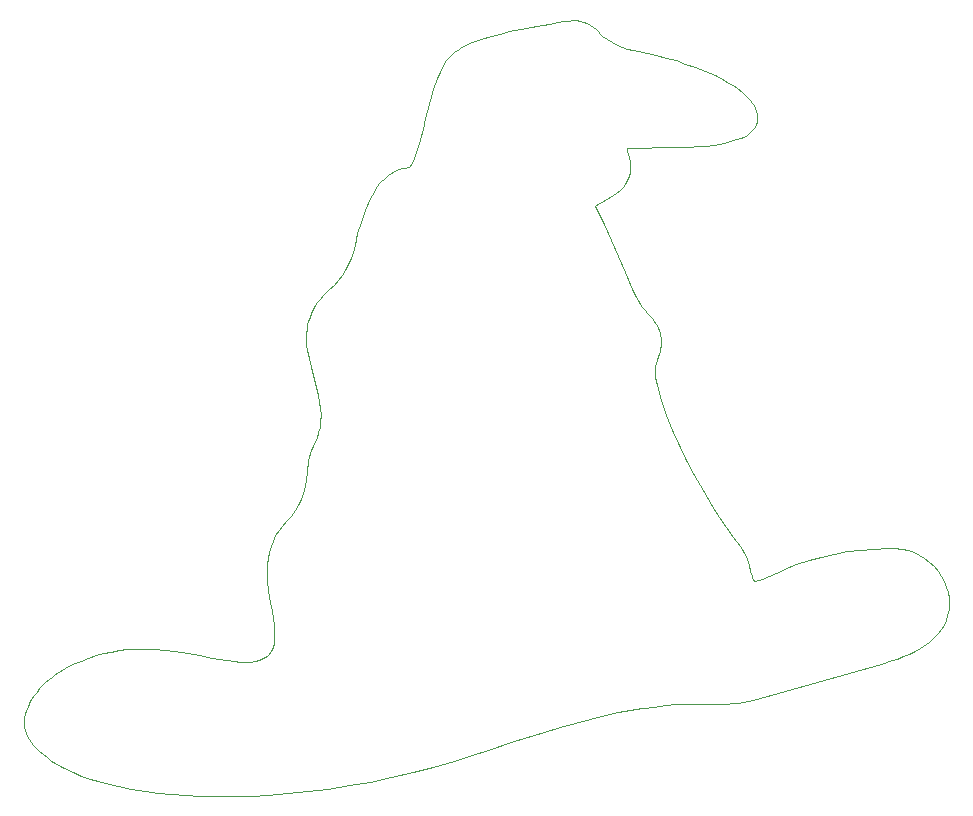
<source format=gbr>
G04 #@! TF.GenerationSoftware,KiCad,Pcbnew,(5.1.7)-1*
G04 #@! TF.CreationDate,2020-12-19T00:30:41-03:00*
G04 #@! TF.ProjectId,Sorting Hat,536f7274-696e-4672-9048-61742e6b6963,rev?*
G04 #@! TF.SameCoordinates,Original*
G04 #@! TF.FileFunction,Profile,NP*
%FSLAX46Y46*%
G04 Gerber Fmt 4.6, Leading zero omitted, Abs format (unit mm)*
G04 Created by KiCad (PCBNEW (5.1.7)-1) date 2020-12-19 00:30:41*
%MOMM*%
%LPD*%
G01*
G04 APERTURE LIST*
G04 #@! TA.AperFunction,Profile*
%ADD10C,0.100000*%
G04 #@! TD*
G04 APERTURE END LIST*
D10*
X138196300Y-111172300D02*
X137391900Y-111165300D01*
X137391900Y-111165300D02*
X136573300Y-111172300D01*
X136573300Y-111172300D02*
X135321700Y-111155700D01*
X135321700Y-111155700D02*
X134100400Y-111106000D01*
X134100400Y-111106000D02*
X132907400Y-111023100D01*
X132907400Y-111023100D02*
X131740600Y-110906800D01*
X131740600Y-110906800D02*
X130597900Y-110757100D01*
X130597900Y-110757100D02*
X129477360Y-110573900D01*
X129477360Y-110573900D02*
X128376800Y-110357200D01*
X128376800Y-110357200D02*
X127294180Y-110106800D01*
X127294180Y-110106800D02*
X126638300Y-109933800D01*
X126638300Y-109933800D02*
X125947520Y-109727200D01*
X125947520Y-109727200D02*
X125231930Y-109479000D01*
X125231930Y-109479000D02*
X124501620Y-109181500D01*
X124501620Y-109181500D02*
X123766690Y-108826800D01*
X123766690Y-108826800D02*
X123400630Y-108625500D01*
X123400630Y-108625500D02*
X123037210Y-108406900D01*
X123037210Y-108406900D02*
X122677670Y-108170200D01*
X122677670Y-108170200D02*
X122323270Y-107914200D01*
X122323270Y-107914200D02*
X121975290Y-107638000D01*
X121975290Y-107638000D02*
X121634970Y-107340700D01*
X121634970Y-107340700D02*
X121377210Y-107091600D01*
X121377210Y-107091600D02*
X121148990Y-106841600D01*
X121148990Y-106841600D02*
X120950250Y-106590200D01*
X120950250Y-106590200D02*
X120780930Y-106336900D01*
X120780930Y-106336900D02*
X120640970Y-106081300D01*
X120640970Y-106081300D02*
X120530290Y-105822900D01*
X120530290Y-105822900D02*
X120448851Y-105561300D01*
X120448851Y-105561300D02*
X120396580Y-105296100D01*
X120396580Y-105296100D02*
X120373416Y-105026700D01*
X120373416Y-105026700D02*
X120379297Y-104752700D01*
X120379297Y-104752700D02*
X120414162Y-104473600D01*
X120414162Y-104473600D02*
X120477949Y-104189100D01*
X120477949Y-104189100D02*
X120570590Y-103898600D01*
X120570590Y-103898600D02*
X120692040Y-103601700D01*
X120692040Y-103601700D02*
X120842220Y-103298000D01*
X120842220Y-103298000D02*
X121021070Y-102986900D01*
X121021070Y-102986900D02*
X121235830Y-102658700D01*
X121235830Y-102658700D02*
X121463730Y-102351000D01*
X121463730Y-102351000D02*
X121703350Y-102062900D01*
X121703350Y-102062900D02*
X121953280Y-101793500D01*
X121953280Y-101793500D02*
X122212100Y-101541900D01*
X122212100Y-101541900D02*
X122478390Y-101307400D01*
X122478390Y-101307400D02*
X122750740Y-101089000D01*
X122750740Y-101089000D02*
X123027730Y-100885800D01*
X123027730Y-100885800D02*
X123589960Y-100521800D01*
X123589960Y-100521800D02*
X124153770Y-100208400D01*
X124153770Y-100208400D02*
X124707820Y-99938700D01*
X124707820Y-99938700D02*
X125240780Y-99705700D01*
X125240780Y-99705700D02*
X125851560Y-99468100D01*
X125851560Y-99468100D02*
X126472670Y-99263300D01*
X126472670Y-99263300D02*
X127105190Y-99090900D01*
X127105190Y-99090900D02*
X127750200Y-98950600D01*
X127750200Y-98950600D02*
X128408770Y-98842100D01*
X128408770Y-98842100D02*
X129081980Y-98765000D01*
X129081980Y-98765000D02*
X129770900Y-98718900D01*
X129770900Y-98718900D02*
X130476600Y-98703700D01*
X130476600Y-98703700D02*
X131413300Y-98730100D01*
X131413300Y-98730100D02*
X132381800Y-98809500D01*
X132381800Y-98809500D02*
X133096400Y-98899100D01*
X133096400Y-98899100D02*
X133801000Y-99013300D01*
X133801000Y-99013300D02*
X135183200Y-99275200D01*
X135183200Y-99275200D02*
X136332500Y-99497500D01*
X136332500Y-99497500D02*
X136894900Y-99594800D01*
X136894900Y-99594800D02*
X137455400Y-99677400D01*
X137455400Y-99677400D02*
X138224500Y-99764800D01*
X138224500Y-99764800D02*
X138618300Y-99793500D01*
X138618300Y-99793500D02*
X139014800Y-99804500D01*
X139014800Y-99804500D02*
X139492000Y-99787700D01*
X139492000Y-99787700D02*
X139932100Y-99733900D01*
X139932100Y-99733900D02*
X140312500Y-99645700D01*
X140312500Y-99645700D02*
X140643800Y-99513500D01*
X140643800Y-99513500D02*
X140791100Y-99431100D01*
X140791100Y-99431100D02*
X140926100Y-99337800D01*
X140926100Y-99337800D02*
X141048700Y-99233800D01*
X141048700Y-99233800D02*
X141159100Y-99119100D01*
X141159100Y-99119100D02*
X141257100Y-98993700D01*
X141257100Y-98993700D02*
X141342800Y-98857700D01*
X141342800Y-98857700D02*
X141416200Y-98711100D01*
X141416200Y-98711100D02*
X141477200Y-98554100D01*
X141477200Y-98554100D02*
X141562100Y-98208600D01*
X141562100Y-98208600D02*
X141597400Y-97821600D01*
X141597400Y-97821600D02*
X141587700Y-97259800D01*
X141587700Y-97259800D02*
X141535700Y-96692600D01*
X141535700Y-96692600D02*
X141454600Y-96114900D01*
X141454600Y-96114900D02*
X141357500Y-95521200D01*
X141357500Y-95521200D02*
X141230500Y-94723900D01*
X141230500Y-94723900D02*
X141167000Y-94307600D01*
X141167000Y-94307600D02*
X141064600Y-93628500D01*
X141064600Y-93628500D02*
X140982700Y-92934200D01*
X140982700Y-92934200D02*
X140941800Y-92222700D01*
X140941800Y-92222700D02*
X140943100Y-91859900D01*
X140943100Y-91859900D02*
X140962400Y-91492100D01*
X140962400Y-91492100D02*
X141022900Y-90986100D01*
X141022900Y-90986100D02*
X141124900Y-90495000D01*
X141124900Y-90495000D02*
X141268300Y-90019400D01*
X141268300Y-90019400D02*
X141452800Y-89559500D01*
X141452800Y-89559500D02*
X141678400Y-89115800D01*
X141678400Y-89115800D02*
X141944800Y-88688800D01*
X141944800Y-88688800D02*
X142251800Y-88278800D01*
X142251800Y-88278800D02*
X142599500Y-87886300D01*
X142599500Y-87886300D02*
X142982900Y-87449800D01*
X142982900Y-87449800D02*
X143318400Y-86992000D01*
X143318400Y-86992000D02*
X143606500Y-86511800D01*
X143606500Y-86511800D02*
X143847600Y-86008400D01*
X143847600Y-86008400D02*
X144041900Y-85480800D01*
X144041900Y-85480800D02*
X144190100Y-84928200D01*
X144190100Y-84928200D02*
X144292500Y-84349600D01*
X144292500Y-84349600D02*
X144349400Y-83744200D01*
X144349400Y-83744200D02*
X144375200Y-83411500D01*
X144375200Y-83411500D02*
X144415600Y-83085800D01*
X144415600Y-83085800D02*
X144470500Y-82767600D01*
X144470500Y-82767600D02*
X144540000Y-82457300D01*
X144540000Y-82457300D02*
X144624000Y-82155200D01*
X144624000Y-82155200D02*
X144722500Y-81861800D01*
X144722500Y-81861800D02*
X144835700Y-81577500D01*
X144835700Y-81577500D02*
X144963300Y-81302700D01*
X144963300Y-81302700D02*
X145167100Y-80843200D01*
X145167100Y-80843200D02*
X145323500Y-80373800D01*
X145323500Y-80373800D02*
X145432800Y-79892200D01*
X145432800Y-79892200D02*
X145495200Y-79396600D01*
X145495200Y-79396600D02*
X145511000Y-78884700D01*
X145511000Y-78884700D02*
X145480300Y-78354500D01*
X145480300Y-78354500D02*
X145403600Y-77804000D01*
X145403600Y-77804000D02*
X145280900Y-77231100D01*
X145280900Y-77231100D02*
X145026800Y-76236200D01*
X145026800Y-76236200D02*
X144671400Y-74836400D01*
X144671400Y-74836400D02*
X144507900Y-74121600D01*
X144507900Y-74121600D02*
X144363600Y-73399500D01*
X144363600Y-73399500D02*
X144306700Y-73029600D01*
X144306700Y-73029600D02*
X144273700Y-72663900D01*
X144273700Y-72663900D02*
X144264400Y-72302800D01*
X144264400Y-72302800D02*
X144278500Y-71946900D01*
X144278500Y-71946900D02*
X144316100Y-71596600D01*
X144316100Y-71596600D02*
X144376800Y-71252600D01*
X144376800Y-71252600D02*
X144460600Y-70915100D01*
X144460600Y-70915100D02*
X144567300Y-70584900D01*
X144567300Y-70584900D02*
X144696700Y-70262400D01*
X144696700Y-70262400D02*
X144848700Y-69948000D01*
X144848700Y-69948000D02*
X145023200Y-69642400D01*
X145023200Y-69642400D02*
X145219900Y-69346000D01*
X145219900Y-69346000D02*
X145438700Y-69059300D01*
X145438700Y-69059300D02*
X145679600Y-68782800D01*
X145679600Y-68782800D02*
X145942200Y-68517000D01*
X145942200Y-68517000D02*
X146226400Y-68262500D01*
X146226400Y-68262500D02*
X146627200Y-67893600D01*
X146627200Y-67893600D02*
X146988500Y-67500100D01*
X146988500Y-67500100D02*
X147311500Y-67079500D01*
X147311500Y-67079500D02*
X147597100Y-66629800D01*
X147597100Y-66629800D02*
X147846400Y-66148700D01*
X147846400Y-66148700D02*
X148060200Y-65633900D01*
X148060200Y-65633900D02*
X148239700Y-65083200D01*
X148239700Y-65083200D02*
X148385700Y-64494400D01*
X148385700Y-64494400D02*
X148622800Y-63524800D01*
X148622800Y-63524800D02*
X148922900Y-62548600D01*
X148922900Y-62548600D02*
X149287700Y-61559100D01*
X149287700Y-61559100D02*
X149719300Y-60549900D01*
X149719300Y-60549900D02*
X150000000Y-60000000D01*
X150000000Y-60000000D02*
X150152400Y-59749300D01*
X150152400Y-59749300D02*
X150313100Y-59514500D01*
X150313100Y-59514500D02*
X150482000Y-59295600D01*
X150482000Y-59295600D02*
X150659400Y-59092500D01*
X150659400Y-59092500D02*
X150845300Y-58905300D01*
X150845300Y-58905300D02*
X151039800Y-58733700D01*
X151039800Y-58733700D02*
X151242900Y-58577800D01*
X151242900Y-58577800D02*
X151454800Y-58437400D01*
X151454800Y-58437400D02*
X151675600Y-58312500D01*
X151675600Y-58312500D02*
X151905400Y-58203100D01*
X151905400Y-58203100D02*
X152144200Y-58108900D01*
X152144200Y-58108900D02*
X152392100Y-58030100D01*
X152392100Y-58030100D02*
X152649300Y-57966400D01*
X152649300Y-57966400D02*
X152915900Y-57917800D01*
X152915900Y-57917800D02*
X152970700Y-57902500D01*
X152970700Y-57902500D02*
X153057900Y-57837600D01*
X153057900Y-57837600D02*
X153172900Y-57678700D01*
X153172900Y-57678700D02*
X153311000Y-57381600D01*
X153311000Y-57381600D02*
X153578400Y-56630600D01*
X153578400Y-56630600D02*
X153814700Y-55867100D01*
X153814700Y-55867100D02*
X154228400Y-54347300D01*
X154228400Y-54347300D02*
X154284800Y-54121500D01*
X154284800Y-54121500D02*
X154778800Y-52250700D01*
X154778800Y-52250700D02*
X155052900Y-51310300D01*
X155052900Y-51310300D02*
X155357400Y-50374600D01*
X155357400Y-50374600D02*
X155575600Y-49835800D01*
X155575600Y-49835800D02*
X155701500Y-49583200D01*
X155701500Y-49583200D02*
X155838500Y-49341800D01*
X155838500Y-49341800D02*
X155986600Y-49111700D01*
X155986600Y-49111700D02*
X156145800Y-48892950D01*
X156145800Y-48892950D02*
X156315900Y-48685580D01*
X156315900Y-48685580D02*
X156497000Y-48489650D01*
X156497000Y-48489650D02*
X156689000Y-48305210D01*
X156689000Y-48305210D02*
X156891900Y-48132320D01*
X156891900Y-48132320D02*
X157105600Y-47971030D01*
X157105600Y-47971030D02*
X157330100Y-47821380D01*
X157330100Y-47821380D02*
X157565300Y-47683440D01*
X157565300Y-47683440D02*
X157811300Y-47557250D01*
X157811300Y-47557250D02*
X158067900Y-47442870D01*
X158067900Y-47442870D02*
X158335200Y-47340340D01*
X158335200Y-47340340D02*
X159118100Y-47077290D01*
X159118100Y-47077290D02*
X159897800Y-46842200D01*
X159897800Y-46842200D02*
X160670400Y-46632580D01*
X160670400Y-46632580D02*
X161432000Y-46445940D01*
X161432000Y-46445940D02*
X162906700Y-46131710D01*
X162906700Y-46131710D02*
X164290800Y-45879670D01*
X164290800Y-45879670D02*
X164939900Y-45773820D01*
X164939900Y-45773820D02*
X165510600Y-45680330D01*
X165510600Y-45680330D02*
X166076000Y-45576240D01*
X166076000Y-45576240D02*
X166465000Y-45518910D01*
X166465000Y-45518910D02*
X166838100Y-45498630D01*
X166838100Y-45498630D02*
X167155500Y-45513790D01*
X167155500Y-45513790D02*
X167461300Y-45559050D01*
X167461300Y-45559050D02*
X167754500Y-45634080D01*
X167754500Y-45634080D02*
X168034200Y-45738540D01*
X168034200Y-45738540D02*
X168299300Y-45872120D01*
X168299300Y-45872120D02*
X168548800Y-46034470D01*
X168548800Y-46034470D02*
X168781900Y-46225270D01*
X168781900Y-46225270D02*
X168997400Y-46444180D01*
X168997400Y-46444180D02*
X169174400Y-46631110D01*
X169174400Y-46631110D02*
X169358500Y-46803430D01*
X169358500Y-46803430D02*
X169746000Y-47107370D01*
X169746000Y-47107370D02*
X170155600Y-47362180D01*
X170155600Y-47362180D02*
X170583300Y-47574080D01*
X170583300Y-47574080D02*
X171024800Y-47749260D01*
X171024800Y-47749260D02*
X171476100Y-47893930D01*
X171476100Y-47893930D02*
X171933100Y-48014290D01*
X171933100Y-48014290D02*
X172391500Y-48116540D01*
X172391500Y-48116540D02*
X173935000Y-48463190D01*
X173935000Y-48463190D02*
X174741200Y-48668260D01*
X174741200Y-48668260D02*
X175563300Y-48899800D01*
X175563300Y-48899800D02*
X176396000Y-49161800D01*
X176396000Y-49161800D02*
X177233900Y-49458100D01*
X177233900Y-49458100D02*
X178071800Y-49792900D01*
X178071800Y-49792900D02*
X178904500Y-50169900D01*
X178904500Y-50169900D02*
X179653900Y-50550300D01*
X179653900Y-50550300D02*
X180036100Y-50765100D01*
X180036100Y-50765100D02*
X180417200Y-51000800D01*
X180417200Y-51000800D02*
X180792700Y-51261100D01*
X180792700Y-51261100D02*
X181158000Y-51549200D01*
X181158000Y-51549200D02*
X181508600Y-51868800D01*
X181508600Y-51868800D02*
X181840000Y-52223300D01*
X181840000Y-52223300D02*
X182025500Y-52461100D01*
X182025500Y-52461100D02*
X182179700Y-52698000D01*
X182179700Y-52698000D02*
X182302200Y-52933700D01*
X182302200Y-52933700D02*
X182393000Y-53168000D01*
X182393000Y-53168000D02*
X182451700Y-53400700D01*
X182451700Y-53400700D02*
X182478000Y-53631400D01*
X182478000Y-53631400D02*
X182471800Y-53860000D01*
X182471800Y-53860000D02*
X182432700Y-54086200D01*
X182432700Y-54086200D02*
X182362200Y-54304800D01*
X182362200Y-54304800D02*
X182262100Y-54510600D01*
X182262100Y-54510600D02*
X182132400Y-54703300D01*
X182132400Y-54703300D02*
X181973100Y-54882700D01*
X181973100Y-54882700D02*
X181784400Y-55048600D01*
X181784400Y-55048600D02*
X181566400Y-55200600D01*
X181566400Y-55200600D02*
X181319100Y-55338600D01*
X181319100Y-55338600D02*
X181042600Y-55462200D01*
X181042600Y-55462200D02*
X180463000Y-55671200D01*
X180463000Y-55671200D02*
X179880300Y-55836100D01*
X179880300Y-55836100D02*
X179297900Y-55962500D01*
X179297900Y-55962500D02*
X178719300Y-56055800D01*
X178719300Y-56055800D02*
X178148000Y-56121800D01*
X178148000Y-56121800D02*
X177587400Y-56165800D01*
X177587400Y-56165800D02*
X176512400Y-56210200D01*
X176512400Y-56210200D02*
X175630300Y-56231400D01*
X175630300Y-56231400D02*
X171410600Y-56351300D01*
X171410600Y-56351300D02*
X171474100Y-56598300D01*
X171474100Y-56598300D02*
X171583500Y-57040200D01*
X171583500Y-57040200D02*
X171671700Y-57529700D01*
X171671700Y-57529700D02*
X171694900Y-57923800D01*
X171694900Y-57923800D02*
X171669500Y-58300700D01*
X171669500Y-58300700D02*
X171595800Y-58659300D01*
X171595800Y-58659300D02*
X171474100Y-58998300D01*
X171474100Y-58998300D02*
X171304800Y-59316500D01*
X171304800Y-59316500D02*
X171088200Y-59612600D01*
X171088200Y-59612600D02*
X170824700Y-59885300D01*
X170824700Y-59885300D02*
X170514500Y-60133500D01*
X170514500Y-60133500D02*
X170248900Y-60313100D01*
X170248900Y-60313100D02*
X169982600Y-60474900D01*
X169982600Y-60474900D02*
X169456000Y-60768600D01*
X169456000Y-60768600D02*
X168997300Y-61022600D01*
X168997300Y-61022600D02*
X168827100Y-61132900D01*
X168827100Y-61132900D02*
X168736300Y-61206100D01*
X168736300Y-61206100D02*
X168828000Y-61417800D01*
X168828000Y-61417800D02*
X169170200Y-62077700D01*
X169170200Y-62077700D02*
X169499300Y-62743800D01*
X169499300Y-62743800D02*
X170123700Y-64087700D01*
X170123700Y-64087700D02*
X170712400Y-65435600D01*
X170712400Y-65435600D02*
X171276600Y-66773600D01*
X171276600Y-66773600D02*
X171904600Y-68255400D01*
X171904600Y-68255400D02*
X172052800Y-68584600D01*
X172052800Y-68584600D02*
X172211900Y-68900600D01*
X172211900Y-68900600D02*
X172382000Y-69204100D01*
X172382000Y-69204100D02*
X172563500Y-69495600D01*
X172563500Y-69495600D02*
X172756500Y-69775800D01*
X172756500Y-69775800D02*
X172961400Y-70045500D01*
X172961400Y-70045500D02*
X173178300Y-70305300D01*
X173178300Y-70305300D02*
X173407600Y-70555800D01*
X173407600Y-70555800D02*
X173572900Y-70738900D01*
X173572900Y-70738900D02*
X173722000Y-70927900D01*
X173722000Y-70927900D02*
X173854900Y-71122500D01*
X173854900Y-71122500D02*
X173971500Y-71322200D01*
X173971500Y-71322200D02*
X174071700Y-71526400D01*
X174071700Y-71526400D02*
X174155400Y-71734800D01*
X174155400Y-71734800D02*
X174222500Y-71946800D01*
X174222500Y-71946800D02*
X174272900Y-72162000D01*
X174272900Y-72162000D02*
X174306500Y-72379900D01*
X174306500Y-72379900D02*
X174323200Y-72600100D01*
X174323200Y-72600100D02*
X174322900Y-72822100D01*
X174322900Y-72822100D02*
X174305600Y-73045500D01*
X174305600Y-73045500D02*
X174271100Y-73269700D01*
X174271100Y-73269700D02*
X174219400Y-73494300D01*
X174219400Y-73494300D02*
X174150300Y-73718800D01*
X174150300Y-73718800D02*
X174063800Y-73942800D01*
X174063800Y-73942800D02*
X173958300Y-74219600D01*
X173958300Y-74219600D02*
X173879800Y-74500300D01*
X173879800Y-74500300D02*
X173828300Y-74786300D01*
X173828300Y-74786300D02*
X173803600Y-75078900D01*
X173803600Y-75078900D02*
X173805800Y-75379500D01*
X173805800Y-75379500D02*
X173834600Y-75689300D01*
X173834600Y-75689300D02*
X173890100Y-76009700D01*
X173890100Y-76009700D02*
X173972100Y-76342000D01*
X173972100Y-76342000D02*
X174352000Y-77613200D01*
X174352000Y-77613200D02*
X174788500Y-78882900D01*
X174788500Y-78882900D02*
X175282800Y-80153300D01*
X175282800Y-80153300D02*
X175835900Y-81427000D01*
X175835900Y-81427000D02*
X176448800Y-82706300D01*
X176448800Y-82706300D02*
X177122600Y-83993700D01*
X177122600Y-83993700D02*
X177858500Y-85291400D01*
X177858500Y-85291400D02*
X178657500Y-86602000D01*
X178657500Y-86602000D02*
X179261700Y-87539700D01*
X179261700Y-87539700D02*
X179850000Y-88419900D01*
X179850000Y-88419900D02*
X180427800Y-89248400D01*
X180427800Y-89248400D02*
X181000200Y-90031400D01*
X181000200Y-90031400D02*
X181187200Y-90303200D01*
X181187200Y-90303200D02*
X181347700Y-90577000D01*
X181347700Y-90577000D02*
X181484100Y-90850400D01*
X181484100Y-90850400D02*
X181599100Y-91120700D01*
X181599100Y-91120700D02*
X181775200Y-91641900D01*
X181775200Y-91641900D02*
X181896400Y-92120100D01*
X181896400Y-92120100D02*
X181995200Y-92532900D01*
X181995200Y-92532900D02*
X182049200Y-92699600D01*
X182049200Y-92699600D02*
X182115100Y-92839800D01*
X182115100Y-92839800D02*
X182172500Y-92930700D01*
X182172500Y-92930700D02*
X182192800Y-92952700D01*
X182192800Y-92952700D02*
X182284500Y-92931500D01*
X182284500Y-92931500D02*
X182867700Y-92768100D01*
X182867700Y-92768100D02*
X183447000Y-92561100D01*
X183447000Y-92561100D02*
X184029000Y-92322300D01*
X184029000Y-92322300D02*
X184620100Y-92063600D01*
X184620100Y-92063600D02*
X184775400Y-91993000D01*
X184775400Y-91993000D02*
X185792000Y-91573600D01*
X185792000Y-91573600D02*
X186830100Y-91209900D01*
X186830100Y-91209900D02*
X187888700Y-90901900D01*
X187888700Y-90901900D02*
X188966900Y-90649700D01*
X188966900Y-90649700D02*
X190063500Y-90453400D01*
X190063500Y-90453400D02*
X191177700Y-90313100D01*
X191177700Y-90313100D02*
X192308500Y-90228800D01*
X192308500Y-90228800D02*
X193454700Y-90200700D01*
X193454700Y-90200700D02*
X194266200Y-90214900D01*
X194266200Y-90214900D02*
X194515800Y-90230600D01*
X194515800Y-90230600D02*
X194764200Y-90261700D01*
X194764200Y-90261700D02*
X195254600Y-90368700D01*
X195254600Y-90368700D02*
X195732300Y-90533000D01*
X195732300Y-90533000D02*
X196192600Y-90752000D01*
X196192600Y-90752000D02*
X196630400Y-91023000D01*
X196630400Y-91023000D02*
X197040700Y-91343100D01*
X197040700Y-91343100D02*
X197418600Y-91709700D01*
X197418600Y-91709700D02*
X197759100Y-92120100D01*
X197759100Y-92120100D02*
X198050700Y-92553700D01*
X198050700Y-92553700D02*
X198289900Y-93005000D01*
X198289900Y-93005000D02*
X198475800Y-93469900D01*
X198475800Y-93469900D02*
X198607700Y-93944100D01*
X198607700Y-93944100D02*
X198684600Y-94423700D01*
X198684600Y-94423700D02*
X198705800Y-94904500D01*
X198705800Y-94904500D02*
X198670400Y-95382200D01*
X198670400Y-95382200D02*
X198577700Y-95852900D01*
X198577700Y-95852900D02*
X198438100Y-96280000D01*
X198438100Y-96280000D02*
X198257400Y-96668300D01*
X198257400Y-96668300D02*
X198043400Y-97020300D01*
X198043400Y-97020300D02*
X197804100Y-97338300D01*
X197804100Y-97338300D02*
X197547300Y-97624400D01*
X197547300Y-97624400D02*
X197280700Y-97881200D01*
X197280700Y-97881200D02*
X197012400Y-98110800D01*
X197012400Y-98110800D02*
X196750100Y-98315600D01*
X196750100Y-98315600D02*
X196288000Y-98636300D01*
X196288000Y-98636300D02*
X195810700Y-98913800D01*
X195810700Y-98913800D02*
X195324100Y-99153300D01*
X195324100Y-99153300D02*
X194834300Y-99359900D01*
X194834300Y-99359900D02*
X194347000Y-99538700D01*
X194347000Y-99538700D02*
X193868400Y-99694900D01*
X193868400Y-99694900D02*
X192960800Y-99959700D01*
X192960800Y-99959700D02*
X182129300Y-103015100D01*
X182129300Y-103015100D02*
X181705100Y-103122000D01*
X181705100Y-103122000D02*
X181285900Y-103206400D01*
X181285900Y-103206400D02*
X180873100Y-103270800D01*
X180873100Y-103270800D02*
X180468400Y-103317700D01*
X180468400Y-103317700D02*
X179689200Y-103369400D01*
X179689200Y-103369400D02*
X178960900Y-103382000D01*
X178960900Y-103382000D02*
X177980100Y-103367900D01*
X177980100Y-103367900D02*
X177415600Y-103360900D01*
X177415600Y-103360900D02*
X176515600Y-103375800D01*
X176515600Y-103375800D02*
X175598000Y-103420700D01*
X175598000Y-103420700D02*
X174661100Y-103495600D01*
X174661100Y-103495600D02*
X173703100Y-103600800D01*
X173703100Y-103600800D02*
X172722200Y-103736500D01*
X172722200Y-103736500D02*
X171716800Y-103902700D01*
X171716800Y-103902700D02*
X170685100Y-104099700D01*
X170685100Y-104099700D02*
X169625400Y-104327600D01*
X169625400Y-104327600D02*
X168327300Y-104637700D01*
X168327300Y-104637700D02*
X167032300Y-104977400D01*
X167032300Y-104977400D02*
X165741400Y-105341600D01*
X165741400Y-105341600D02*
X164455700Y-105725700D01*
X164455700Y-105725700D02*
X161904300Y-106533500D01*
X161904300Y-106533500D02*
X159386600Y-107361900D01*
X159386600Y-107361900D02*
X158575100Y-107630000D01*
X158575100Y-107630000D02*
X156824600Y-108184600D01*
X156824600Y-108184600D02*
X155061900Y-108694400D01*
X155061900Y-108694400D02*
X153288600Y-109158900D01*
X153288600Y-109158900D02*
X151506400Y-109577600D01*
X151506400Y-109577600D02*
X149716900Y-109949900D01*
X149716900Y-109949900D02*
X147921700Y-110275500D01*
X147921700Y-110275500D02*
X146122600Y-110553800D01*
X146122600Y-110553800D02*
X144321200Y-110784200D01*
X144321200Y-110784200D02*
X142650700Y-110955000D01*
X142650700Y-110955000D02*
X141081500Y-111076200D01*
X141081500Y-111076200D02*
X139600800Y-111148400D01*
X139600800Y-111148400D02*
X138196300Y-111172300D01*
X138196300Y-111172300D02*
X138196300Y-111172300D01*
X138196300Y-111172300D02*
X138196300Y-111172300D01*
M02*

</source>
